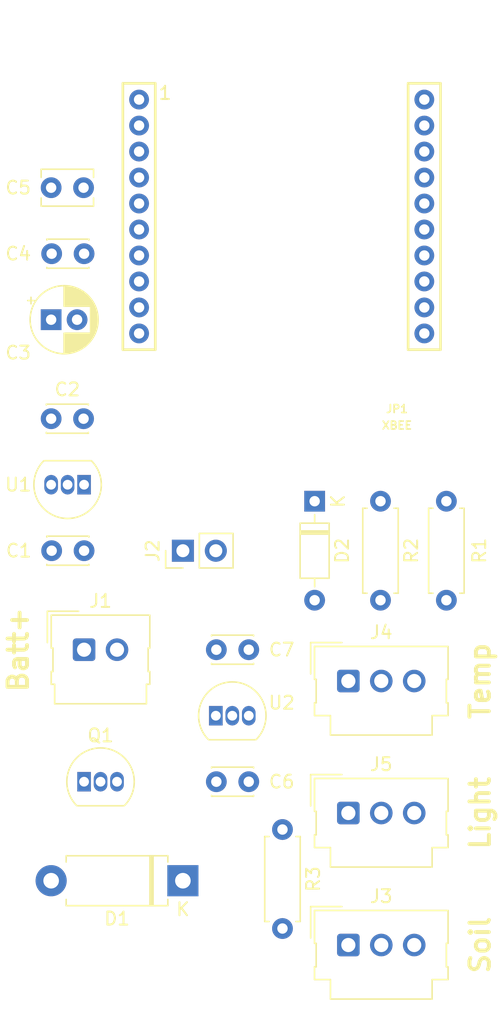
<source format=kicad_pcb>
(kicad_pcb (version 20211014) (generator pcbnew)
  (layers (0 "F.Cu" signal) (31 "B.Cu" signal) (34 "B.Paste" user) (35 "F.Paste" user) (36 "B.SilkS" user "B.Silkscreen") (37 "F.SilkS" user "F.Silkscreen") (38 "B.Mask" user) (39 "F.Mask" user) (44 "Edge.Cuts" user))
  (net 0 "")
  (net 1 "+BATT")
  (net 2 "-BATT")
  (net 3 "+3.3V")
  (net 4 "GND1")
  (net 5 "+3.3VADC")
  (net 6 "/sensor_batt")
  (net 7 "Net-(J2-Pad1)")
  (net 8 "Net-(J2-Pad2)")
  (net 9 "/sensor_soil")
  (net 10 "/sensor_temp")
  (net 11 "/sensor_light")
  (net 20 "/xbee_ON")
  (footprint "RF-SF:XBEE" (layer "F.Cu") (at 142.24 61.47562)
    (fp_text reference "JP1" (at 8.89 3.81) (layer "F.SilkS") (effects (font (size 0.6096 0.6096) (thickness 0.127))))
    (fp_text value "XBEE" (at 8.89 5.08) (layer "F.SilkS") (effects (font (size 0.6096 0.6096) (thickness 0.127))))
    (fp_text user "1" (at -8.9916 -20.50796) (layer "F.SilkS") (effects (font (size 1.016 1.016) (thickness 0.1524))))
    (fp_line (start 12.24788 -21.24964) (end 12.24788 -0.7493) (layer "F.SilkS") (width 0.2032))
    (fp_line (start 9.74852 -21.24964) (end 12.24788 -21.24964) (layer "F.SilkS") (width 0.2032))
    (fp_line (start -12.24788 -0.7493) (end -9.74852 -0.7493) (layer "F.SilkS") (width 0.2032))
    (fp_line (start -12.24788 -21.24964) (end -12.24788 -0.7493) (layer "F.SilkS") (width 0.2032))
    (fp_line (start -9.74852 -21.24964) (end -12.24788 -21.24964) (layer "F.SilkS") (width 0.2032))
    (fp_line (start -9.74852 -21.24964) (end -9.74852 -0.7493) (layer "F.SilkS") (width 0.2032))
    (fp_line (start 9.74852 -21.24964) (end 9.74852 -0.7493) (layer "F.SilkS") (width 0.2032))
    (fp_line (start 12.24788 -0.7493) (end 9.74852 -0.7493) (layer "F.SilkS") (width 0.2032))
    (pad "1" thru_hole circle locked (at -10.9982 -19.99996) (size 1.524 1.524) (drill 0.79756) (layers *.Cu *.Mask) (net 3 "+3.3V"))
    (pad "2" thru_hole circle locked (at -10.9982 -17.99844) (size 1.524 1.524) (drill 0.79756) (layers *.Cu *.Mask) (net 8 "Net-(J2-Pad2)"))
    (pad "3" thru_hole circle locked (at -10.9982 -15.99946) (size 1.524 1.524) (drill 0.79756) (layers *.Cu *.Mask) (net 7 "Net-(J2-Pad1)"))
    (pad "4" thru_hole circle locked (at -10.9982 -13.99794) (size 1.524 1.524) (drill 0.79756) (layers *.Cu *.Mask))
    (pad "5" thru_hole circle locked (at -10.9982 -11.99896) (size 1.524 1.524) (drill 0.79756) (layers *.Cu *.Mask))
    (pad "6" thru_hole circle locked (at -10.9982 -9.99998) (size 1.524 1.524) (drill 0.79756) (layers *.Cu *.Mask))
    (pad "7" thru_hole circle locked (at -10.9982 -7.99846) (size 1.524 1.524) (drill 0.79756) (layers *.Cu *.Mask))
    (pad "8" thru_hole circle locked (at -10.9982 -5.99948) (size 1.524 1.524) (drill 0.79756) (layers *.Cu *.Mask))
    (pad "9" thru_hole circle locked (at -10.9982 -3.99796) (size 1.524 1.524) (drill 0.79756) (layers *.Cu *.Mask))
    (pad "10" thru_hole circle locked (at -10.9982 -1.99898) (size 1.524 1.524) (drill 0.79756) (layers *.Cu *.Mask) (net 2 "-BATT"))
    (pad "11" thru_hole circle locked (at 10.9982 -1.99898) (size 1.524 1.524) (drill 0.79756) (layers *.Cu *.Mask))
    (pad "12" thru_hole circle locked (at 10.9982 -3.99796) (size 1.524 1.524) (drill 0.79756) (layers *.Cu *.Mask))
    (pad "13" thru_hole circle locked (at 10.9982 -5.99948) (size 1.524 1.524) (drill 0.79756) (layers *.Cu *.Mask) (net 20 "/xbee_ON"))
    (pad "14" thru_hole circle locked (at 10.9982 -7.99846) (size 1.524 1.524) (drill 0.79756) (layers *.Cu *.Mask))
    (pad "15" thru_hole circle locked (at 10.9982 -9.99998) (size 1.524 1.524) (drill 0.79756) (layers *.Cu *.Mask))
    (pad "16" thru_hole circle locked (at 10.9982 -11.99896) (size 1.524 1.524) (drill 0.79756) (layers *.Cu *.Mask))
    (pad "17" thru_hole circle locked (at 10.9982 -13.99794) (size 1.524 1.524) (drill 0.79756) (layers *.Cu *.Mask) (net 11 "/sensor_light"))
    (pad "18" thru_hole circle locked (at 10.9982 -15.99946) (size 1.524 1.524) (drill 0.79756) (layers *.Cu *.Mask) (net 10 "/sensor_temp"))
    (pad "19" thru_hole circle locked (at 10.9982 -17.99844) (size 1.524 1.524) (drill 0.79756) (layers *.Cu *.Mask) (net 9 "/sensor_soil"))
    (pad "20" thru_hole circle locked (at 10.9982 -19.99996) (size 1.524 1.524) (drill 0.79756) (layers *.Cu *.Mask) (net 6 "/sensor_batt"))
  )
  (footprint "Connector_Molex:Molex_SL_171971-0003_1x03_P2.54mm_Vertical" (layer "F.Cu") (at 147.38 106.55)
    (fp_text reference "J3" (at 2.54 -3.75) (layer "F.SilkS"))
    (fp_text value "70543-0002")
    (fp_line (start 7.69 -2.66) (end -2.61 -2.66) (layer "F.SilkS") (width 0.12))
    (fp_line (start -2.61 -0.13) (end -2.48 -0.13) (layer "F.SilkS") (width 0.12))
    (fp_line (start 7.69 1.68) (end 7.56 1.68) (layer "F.SilkS") (width 0.12))
    (fp_line (start -1.38 2.66) (end -1.38 4.16) (layer "F.SilkS") (width 0.12))
    (fp_line (start 7.56 -0.13) (end 7.69 -0.13) (layer "F.SilkS") (width 0.12))
    (fp_line (start -2.48 1.68) (end -2.61 1.68) (layer "F.SilkS") (width 0.12))
    (fp_line (start -2.91 -2.96) (end -0.5 -2.96) (layer "F.SilkS") (width 0.12))
    (fp_line (start -1.38 4.16) (end 6.46 4.16) (layer "F.SilkS") (width 0.12))
    (fp_line (start -2.61 1.68) (end -2.61 2.66) (layer "F.SilkS") (width 0.12))
    (fp_line (start 7.56 1.68) (end 7.56 -0.13) (layer "F.SilkS") (width 0.12))
    (fp_line (start -2.48 -0.13) (end -2.48 1.68) (layer "F.SilkS") (width 0.12))
    (fp_line (start -2.61 2.66) (end -1.38 2.66) (layer "F.SilkS") (width 0.12))
    (fp_line (start -2.61 -2.66) (end -2.61 -0.13) (layer "F.SilkS") (width 0.12))
    (fp_line (start 6.46 4.16) (end 6.46 2.66) (layer "F.SilkS") (width 0.12))
    (fp_line (start -2.91 -0.55) (end -2.91 -2.96) (layer "F.SilkS") (width 0.12))
    (fp_line (start 7.69 2.66) (end 7.69 1.68) (layer "F.SilkS") (width 0.12))
    (fp_line (start 6.46 2.66) (end 7.69 2.66) (layer "F.SilkS") (width 0.12))
    (fp_line (start 7.69 -0.13) (end 7.69 -2.66) (layer "F.SilkS") (width 0.12))
    (pad "1" thru_hole roundrect (at 0 0) (size 1.74 1.74) (drill 1.09) (layers *.Cu *.Mask) (roundrect_rratio 0.143678) (net 5 "+3.3VADC"))
    (pad "2" thru_hole circle (at 2.54 0) (size 1.74 1.74) (drill 1.09) (layers *.Cu *.Mask) (net 9 "/sensor_soil"))
    (pad "3" thru_hole circle (at 5.08 0) (size 1.74 1.74) (drill 1.09) (layers *.Cu *.Mask) (net 4 "GND1"))
  )
  (footprint "Diode_THT:D_DO-35_SOD27_P7.62mm_Horizontal" (layer "F.Cu") (at 144.78 72.39 -90)
    (fp_text reference "D2" (at 3.81 -2.12 90) (layer "F.SilkS"))
    (fp_text value "1N4620")
    (fp_text user "K" (at 0 -1.8 90) (layer "F.SilkS"))
    (fp_line (start 2.53 -1.12) (end 2.53 1.12) (layer "F.SilkS") (width 0.12))
    (fp_line (start 2.29 -1.12) (end 2.29 1.12) (layer "F.SilkS") (width 0.12))
    (fp_line (start 1.04 0) (end 1.69 0) (layer "F.SilkS") (width 0.12))
    (fp_line (start 2.41 -1.12) (end 2.41 1.12) (layer "F.SilkS") (width 0.12))
    (fp_line (start 1.69 -1.12) (end 1.69 1.12) (layer "F.SilkS") (width 0.12))
    (fp_line (start 5.93 1.12) (end 5.93 -1.12) (layer "F.SilkS") (width 0.12))
    (fp_line (start 5.93 -1.12) (end 1.69 -1.12) (layer "F.SilkS") (width 0.12))
    (fp_line (start 1.69 1.12) (end 5.93 1.12) (layer "F.SilkS") (width 0.12))
    (fp_line (start 6.58 0) (end 5.93 0) (layer "F.SilkS") (width 0.12))
    (pad "1" thru_hole rect (at 0 0 270) (size 1.6 1.6) (drill 0.8) (layers *.Cu *.Mask) (net 6 "/sensor_batt"))
    (pad "2" thru_hole oval (at 7.62 0 270) (size 1.6 1.6) (drill 0.8) (layers *.Cu *.Mask) (net 4 "GND1"))
  )
  (footprint "Capacitor_THT:C_Disc_D3.0mm_W2.0mm_P2.50mm" (layer "F.Cu") (at 124.5 76.2)
    (fp_text reference "C1" (at -2.54 0) (layer "F.SilkS"))
    (fp_text value "1uF")
    (fp_line (start 2.87 -1.12) (end 2.87 -1.055) (layer "F.SilkS") (width 0.12))
    (fp_line (start -0.37 -1.12) (end 2.87 -1.12) (layer "F.SilkS") (width 0.12))
    (fp_line (start 2.87 1.055) (end 2.87 1.12) (layer "F.SilkS") (width 0.12))
    (fp_line (start -0.37 -1.12) (end -0.37 -1.055) (layer "F.SilkS") (width 0.12))
    (fp_line (start -0.37 1.12) (end 2.87 1.12) (layer "F.SilkS") (width 0.12))
    (fp_line (start -0.37 1.055) (end -0.37 1.12) (layer "F.SilkS") (width 0.12))
    (pad "1" thru_hole circle (at 0 0) (size 1.6 1.6) (drill 0.8) (layers *.Cu *.Mask) (net 1 "+BATT"))
    (pad "2" thru_hole circle (at 2.5 0) (size 1.6 1.6) (drill 0.8) (layers *.Cu *.Mask) (net 2 "-BATT"))
  )
  (footprint "Resistor_THT:R_Axial_DIN0207_L6.3mm_D2.5mm_P7.62mm_Horizontal" (layer "F.Cu") (at 149.86 72.39 -90)
    (fp_text reference "R2" (at 3.81 -2.37 90) (layer "F.SilkS"))
    (fp_text value "10K 1%")
    (fp_line (start 7.08 -1.37) (end 7.08 -1.04) (layer "F.SilkS") (width 0.12))
    (fp_line (start 0.54 1.37) (end 7.08 1.37) (layer "F.SilkS") (width 0.12))
    (fp_line (start 0.54 -1.37) (end 7.08 -1.37) (layer "F.SilkS") (width 0.12))
    (fp_line (start 7.08 1.37) (end 7.08 1.04) (layer "F.SilkS") (width 0.12))
    (fp_line (start 0.54 1.04) (end 0.54 1.37) (layer "F.SilkS") (width 0.12))
    (fp_line (start 0.54 -1.04) (end 0.54 -1.37) (layer "F.SilkS") (width 0.12))
    (pad "1" thru_hole circle (at 0 0 270) (size 1.6 1.6) (drill 0.8) (layers *.Cu *.Mask) (net 6 "/sensor_batt"))
    (pad "2" thru_hole oval (at 7.62 0 270) (size 1.6 1.6) (drill 0.8) (layers *.Cu *.Mask) (net 4 "GND1"))
  )
  (footprint "Diode_THT:D_DO-15_P10.16mm_Horizontal" (layer "F.Cu") (at 134.62 101.6 180)
    (fp_text reference "D1" (at 5.08 -2.92) (layer "F.SilkS"))
    (fp_text value "SB130")
    (fp_text user "K" (at 0 -2.2) (layer "F.SilkS"))
    (fp_line (start 1.16 1.44) (end 1.16 1.92) (layer "F.SilkS") (width 0.12))
    (fp_line (start 9 1.92) (end 9 1.44) (layer "F.SilkS") (width 0.12))
    (fp_line (start 1.16 1.92) (end 9 1.92) (layer "F.SilkS") (width 0.12))
    (fp_line (start 1.16 -1.44) (end 1.16 -1.92) (layer "F.SilkS") (width 0.12))
    (fp_line (start 1.16 -1.92) (end 9 -1.92) (layer "F.SilkS") (width 0.12))
    (fp_line (start 2.42 -1.92) (end 2.42 1.92) (layer "F.SilkS") (width 0.12))
    (fp_line (start 2.54 -1.92) (end 2.54 1.92) (layer "F.SilkS") (width 0.12))
    (fp_line (start 2.3 -1.92) (end 2.3 1.92) (layer "F.SilkS") (width 0.12))
    (fp_line (start 9 -1.92) (end 9 -1.44) (layer "F.SilkS") (width 0.12))
    (pad "1" thru_hole rect (at 0 0 180) (size 2.4 2.4) (drill 1.2) (layers *.Cu *.Mask) (net 1 "+BATT"))
    (pad "2" thru_hole oval (at 10.16 0 180) (size 2.4 2.4) (drill 1.2) (layers *.Cu *.Mask) (net 4 "GND1"))
  )
  (footprint "Resistor_THT:R_Axial_DIN0207_L6.3mm_D2.5mm_P7.62mm_Horizontal" (layer "F.Cu") (at 142.3 97.66 -90)
    (fp_text reference "R3" (at 3.81 -2.37 90) (layer "F.SilkS"))
    (fp_text value "10K 1%")
    (fp_line (start 0.54 -1.37) (end 7.08 -1.37) (layer "F.SilkS") (width 0.12))
    (fp_line (start 0.54 -1.04) (end 0.54 -1.37) (layer "F.SilkS") (width 0.12))
    (fp_line (start 7.08 -1.37) (end 7.08 -1.04) (layer "F.SilkS") (width 0.12))
    (fp_line (start 7.08 1.37) (end 7.08 1.04) (layer "F.SilkS") (width 0.12))
    (fp_line (start 0.54 1.37) (end 7.08 1.37) (layer "F.SilkS") (width 0.12))
    (fp_line (start 0.54 1.04) (end 0.54 1.37) (layer "F.SilkS") (width 0.12))
    (pad "1" thru_hole circle (at 0 0 270) (size 1.6 1.6) (drill 0.8) (layers *.Cu *.Mask) (net 11 "/sensor_light"))
    (pad "2" thru_hole oval (at 7.62 0 270) (size 1.6 1.6) (drill 0.8) (layers *.Cu *.Mask) (net 4 "GND1"))
  )
  (footprint "Connector_Molex:Molex_SL_171971-0003_1x03_P2.54mm_Vertical" (layer "F.Cu") (at 147.38 86.23)
    (fp_text reference "J4" (at 2.54 -3.75) (layer "F.SilkS"))
    (fp_text value "70543-0002")
    (fp_line (start -2.91 -2.96) (end -0.5 -2.96) (layer "F.SilkS") (width 0.12))
    (fp_line (start 7.69 2.66) (end 7.69 1.68) (layer "F.SilkS") (width 0.12))
    (fp_line (start -2.91 -0.55) (end -2.91 -2.96) (layer "F.SilkS") (width 0.12))
    (fp_line (start 7.56 1.68) (end 7.56 -0.13) (layer "F.SilkS") (width 0.12))
    (fp_line (start -2.48 1.68) (end -2.61 1.68) (layer "F.SilkS") (width 0.12))
    (fp_line (start 7.56 -0.13) (end 7.69 -0.13) (layer "F.SilkS") (width 0.12))
    (fp_line (start -2.61 -2.66) (end -2.61 -0.13) (layer "F.SilkS") (width 0.12))
    (fp_line (start 7.69 1.68) (end 7.56 1.68) (layer "F.SilkS") (width 0.12))
    (fp_line (start -2.61 -0.13) (end -2.48 -0.13) (layer "F.SilkS") (width 0.12))
    (fp_line (start -2.48 -0.13) (end -2.48 1.68) (layer "F.SilkS") (width 0.12))
    (fp_line (start 6.46 4.16) (end 6.46 2.66) (layer "F.SilkS") (width 0.12))
    (fp_line (start -2.61 2.66) (end -1.38 2.66) (layer "F.SilkS") (width 0.12))
    (fp_line (start -1.38 2.66) (end -1.38 4.16) (layer "F.SilkS") (width 0.12))
    (fp_line (start -1.38 4.16) (end 6.46 4.16) (layer "F.SilkS") (width 0.12))
    (fp_line (start 7.69 -0.13) (end 7.69 -2.66) (layer "F.SilkS") (width 0.12))
    (fp_line (start 6.46 2.66) (end 7.69 2.66) (layer "F.SilkS") (width 0.12))
    (fp_line (start -2.61 1.68) (end -2.61 2.66) (layer "F.SilkS") (width 0.12))
    (fp_line (start 7.69 -2.66) (end -2.61 -2.66) (layer "F.SilkS") (width 0.12))
    (pad "1" thru_hole roundrect (at 0 0) (size 1.74 1.74) (drill 1.09) (layers *.Cu *.Mask) (roundrect_rratio 0.143678) (net 5 "+3.3VADC"))
    (pad "2" thru_hole circle (at 2.54 0) (size 1.74 1.74) (drill 1.09) (layers *.Cu *.Mask) (net 10 "/sensor_temp"))
    (pad "3" thru_hole circle (at 5.08 0) (size 1.74 1.74) (drill 1.09) (layers *.Cu *.Mask) (net 4 "GND1"))
  )
  (footprint "Package_TO_SOT_THT:TO-92_Inline" (layer "F.Cu") (at 127 71.12 180)
    (fp_text reference "U1" (at 5.08 0) (layer "F.SilkS"))
    (fp_text value "MCP1700-3302E_TO92")
    (fp_line (start -0.53 1.85) (end 3.07 1.85) (layer "F.SilkS") (width 0.12))
    (fp_arc (start -0.568478 1.838478) (mid -1.132087 -0.994977) (end 1.27 -2.6) (layer "F.SilkS") (width 0.12))
    (fp_arc (start 1.27 -2.6) (mid 3.672087 -0.994977) (end 3.108478 1.838478) (layer "F.SilkS") (width 0.12))
    (pad "1" thru_hole rect (at 0 0 180) (size 1.05 1.5) (drill 0.75) (layers *.Cu *.Mask) (net 2 "-BATT"))
    (pad "2" thru_hole oval (at 1.27 0 180) (size 1.05 1.5) (drill 0.75) (layers *.Cu *.Mask) (net 1 "+BATT"))
    (pad "3" thru_hole oval (at 2.54 0 180) (size 1.05 1.5) (drill 0.75) (layers *.Cu *.Mask) (net 3 "+3.3V"))
  )
  (footprint "Package_TO_SOT_THT:TO-92_Inline" (layer "F.Cu") (at 127 93.98)
    (fp_text reference "Q1" (at 1.27 -3.56) (layer "F.SilkS"))
    (fp_text value "TN0702N3-G")
    (fp_line (start -0.53 1.85) (end 3.07 1.85) (layer "F.SilkS") (width 0.12))
    (fp_arc (start 1.27 -2.6) (mid 3.672087 -0.994977) (end 3.108478 1.838478) (layer "F.SilkS") (width 0.12))
    (fp_arc (start -0.568478 1.838478) (mid -1.132087 -0.994977) (end 1.27 -2.6) (layer "F.SilkS") (width 0.12))
    (pad "1" thru_hole rect (at 0 0) (size 1.05 1.5) (drill 0.75) (layers *.Cu *.Mask) (net 4 "GND1"))
    (pad "2" thru_hole oval (at 1.27 0) (size 1.05 1.5) (drill 0.75) (layers *.Cu *.Mask) (net 20 "/xbee_ON"))
    (pad "3" thru_hole oval (at 2.54 0) (size 1.05 1.5) (drill 0.75) (layers *.Cu *.Mask) (net 2 "-BATT"))
  )
  (footprint "Connector_Molex:Molex_SL_171971-0002_1x02_P2.54mm_Vertical" (layer "F.Cu") (at 127 83.82)
    (fp_text reference "J1" (at 1.27 -3.75) (layer "F.SilkS"))
    (fp_text value "70543-0106")
    (fp_line (start -2.53 -2.66) (end -2.53 -0.13) (layer "F.SilkS") (width 0.12))
    (fp_line (start -2.27 2.66) (end -2.27 4.16) (layer "F.SilkS") (width 0.12))
    (fp_line (start -2.83 -0.55) (end -2.83 -2.96) (layer "F.SilkS") (width 0.12))
    (fp_line (start 4.94 -0.13) (end 5.07 -0.13) (layer "F.SilkS") (width 0.12))
    (fp_line (start -2.83 -2.96) (end -0.42 -2.96) (layer "F.SilkS") (width 0.12))
    (fp_line (start -2.4 1.68) (end -2.53 1.68) (layer "F.SilkS") (width 0.12))
    (fp_line (start -2.53 2.66) (end -2.27 2.66) (layer "F.SilkS") (width 0.12))
    (fp_line (start -2.53 1.68) (end -2.53 2.66) (layer "F.SilkS") (width 0.12))
    (fp_line (start 4.81 4.16) (end 4.81 2.66) (layer "F.SilkS") (width 0.12))
    (fp_line (start -2.53 -0.13) (end -2.4 -0.13) (layer "F.SilkS") (width 0.12))
    (fp_line (start 5.07 -2.66) (end -2.53 -2.66) (layer "F.SilkS") (width 0.12))
    (fp_line (start 5.07 1.68) (end 4.94 1.68) (layer "F.SilkS") (width 0.12))
    (fp_line (start 4.81 2.66) (end 5.07 2.66) (layer "F.SilkS") (width 0.12))
    (fp_line (start -2.4 -0.13) (end -2.4 1.68) (layer "F.SilkS") (width 0.12))
    (fp_line (start 4.94 1.68) (end 4.94 -0.13) (layer "F.SilkS") (width 0.12))
    (fp_line (start -2.27 4.16) (end 4.81 4.16) (layer "F.SilkS") (width 0.12))
    (fp_line (start 5.07 2.66) (end 5.07 1.68) (layer "F.SilkS") (width 0.12))
    (fp_line (start 5.07 -0.13) (end 5.07 -2.66) (layer "F.SilkS") (width 0.12))
    (pad "1" thru_hole roundrect (at 0 0) (size 1.74 1.74) (drill 1.09) (layers *.Cu *.Mask) (roundrect_rratio 0.143678) (net 1 "+BATT"))
    (pad "2" thru_hole circle (at 2.54 0) (size 1.74 1.74) (drill 1.09) (layers *.Cu *.Mask) (net 2 "-BATT"))
  )
  (footprint "Package_TO_SOT_THT:TO-92_Inline" (layer "F.Cu") (at 137.16 88.9)
    (fp_text reference "U2" (at 5.08 -0.994977) (layer "F.SilkS"))
    (fp_text value "MCP1700-3302E_TO92")
    (fp_line (start -0.53 1.85) (end 3.07 1.85) (layer "F.SilkS") (width 0.12))
    (fp_arc (start -0.568478 1.838478) (mid -1.132087 -0.994977) (end 1.27 -2.6) (layer "F.SilkS") (width 0.12))
    (fp_arc (start 1.27 -2.6) (mid 3.672087 -0.994977) (end 3.108478 1.838478) (layer "F.SilkS") (width 0.12))
    (pad "1" thru_hole rect (at 0 0) (size 1.05 1.5) (drill 0.75) (layers *.Cu *.Mask) (net 4 "GND1"))
    (pad "2" thru_hole oval (at 1.27 0) (size 1.05 1.5) (drill 0.75) (layers *.Cu *.Mask) (net 1 "+BATT"))
    (pad "3" thru_hole oval (at 2.54 0) (size 1.05 1.5) (drill 0.75) (layers *.Cu *.Mask) (net 5 "+3.3VADC"))
  )
  (footprint "Resistor_THT:R_Axial_DIN0207_L6.3mm_D2.5mm_P7.62mm_Horizontal" (layer "F.Cu") (at 154.94 80.01 90)
    (fp_text reference "R1" (at 3.81 2.54 90) (layer "F.SilkS"))
    (fp_text value "10K 1%")
    (fp_line (start 0.54 1.04) (end 0.54 1.37) (layer "F.SilkS") (width 0.12))
    (fp_line (start 0.54 -1.04) (end 0.54 -1.37) (layer "F.SilkS") (width 0.12))
    (fp_line (start 0.54 -1.37) (end 7.08 -1.37) (layer "F.SilkS") (width 0.12))
    (fp_line (start 0.54 1.37) (end 7.08 1.37) (layer "F.SilkS") (width 0.12))
    (fp_line (start 7.08 1.37) (end 7.08 1.04) (layer "F.SilkS") (width 0.12))
    (fp_line (start 7.08 -1.37) (end 7.08 -1.04) (layer "F.SilkS") (width 0.12))
    (pad "1" thru_hole circle (at 0 0 90) (size 1.6 1.6) (drill 0.8) (layers *.Cu *.Mask) (net 1 "+BATT"))
    (pad "2" thru_hole oval (at 7.62 0 90) (size 1.6 1.6) (drill 0.8) (layers *.Cu *.Mask) (net 6 "/sensor_batt"))
  )
  (footprint "Capacitor_THT:C_Disc_D3.0mm_W2.0mm_P2.50mm" (layer "F.Cu") (at 139.7 83.82 180)
    (fp_text reference "C7" (at -2.54 0) (layer "F.SilkS"))
    (fp_text value "1uF")
    (fp_line (start -0.37 -1.12) (end 2.87 -1.12) (layer "F.SilkS") (width 0.12))
    (fp_line (start -0.37 1.12) (end 2.87 1.12) (layer "F.SilkS") (width 0.12))
    (fp_line (start 2.87 -1.12) (end 2.87 -1.055) (layer "F.SilkS") (width 0.12))
    (fp_line (start -0.37 1.055) (end -0.37 1.12) (layer "F.SilkS") (width 0.12))
    (fp_line (start 2.87 1.055) (end 2.87 1.12) (layer "F.SilkS") (width 0.12))
    (fp_line (start -0.37 -1.12) (end -0.37 -1.055) (layer "F.SilkS") (width 0.12))
    (pad "1" thru_hole circle (at 0 0 180) (size 1.6 1.6) (drill 0.8) (layers *.Cu *.Mask) (net 5 "+3.3VADC"))
    (pad "2" thru_hole circle (at 2.5 0 180) (size 1.6 1.6) (drill 0.8) (layers *.Cu *.Mask) (net 4 "GND1"))
  )
  (footprint "Capacitor_THT:CP_Radial_D5.0mm_P2.00mm" (layer "F.Cu") (at 124.46 58.42)
    (fp_text reference "C3" (at -2.54 2.54) (layer "F.SilkS"))
    (fp_text value "10uF")
    (fp_line (start 1.4 -2.55) (end 1.4 -1.04) (layer "F.SilkS") (width 0.12))
    (fp_line (start 2.681 1.04) (end 2.681 1.971) (layer "F.SilkS") (width 0.12))
    (fp_line (start 1.961 1.04) (end 1.961 2.398) (layer "F.SilkS") (width 0.12))
    (fp_line (start 3.081 -1.554) (end 3.081 1.554) (layer "F.SilkS") (width 0.12))
    (fp_line (start 2.761 -1.901) (end 2.761 -1.04) (layer "F.SilkS") (width 0.12))
    (fp_line (start 1.4 1.04) (end 1.4 2.55) (layer "F.SilkS") (width 0.12))
    (fp_line (start 1.721 -2.48) (end 1.721 -1.04) (layer "F.SilkS") (width 0.12))
    (fp_line (start 2.681 -1.971) (end 2.681 -1.04) (layer "F.SilkS") (width 0.12))
    (fp_line (start 1.2 1.04) (end 1.2 2.573) (layer "F.SilkS") (width 0.12))
    (fp_line (start 1.68 -2.491) (end 1.68 -1.04) (layer "F.SilkS") (width 0.12))
    (fp_line (start 3.361 -1.098) (end 3.361 1.098) (layer "F.SilkS") (width 0.12))
    (fp_line (start 2.201 -2.29) (end 2.201 -1.04) (layer "F.SilkS") (width 0.12))
    (fp_line (start 1 -2.58) (end 1 -1.04) (layer "F.SilkS") (width 0.12))
    (fp_line (start 1.721 1.04) (end 1.721 2.48) (layer "F.SilkS") (width 0.12))
    (fp_line (start 3.441 -0.915) (end 3.441 0.915) (layer "F.SilkS") (width 0.12))
    (fp_line (start 2.521 1.04) (end 2.521 2.095) (layer "F.SilkS") (width 0.12))
    (fp_line (start 1.52 -2.528) (end 1.52 -1.04) (layer "F.SilkS") (width 0.12))
    (fp_line (start 1.32 1.04) (end 1.32 2.561) (layer "F.SilkS") (width 0.12))
    (fp_line (start 2.441 -2.149) (end 2.441 -1.04) (layer "F.SilkS") (width 0.12))
    (fp_line (start 1.64 1.04) (end 1.64 2.501) (layer "F.SilkS") (width 0.12))
    (fp_line (start 1.04 1.04) (end 1.04 2.58) (layer "F.SilkS") (width 0.12))
    (fp_line (start 1.6 -2.511) (end 1.6 -1.04) (layer "F.SilkS") (width 0.12))
    (fp_line (start 3.561 -0.518) (end 3.561 0.518) (layer "F.SilkS") (width 0.12))
    (fp_line (start 2.161 -2.31) (end 2.161 -1.04) (layer "F.SilkS") (width 0.12))
    (fp_line (start 1.801 1.04) (end 1.801 2.455) (layer "F.SilkS") (width 0.12))
    (fp_line (start 2.881 1.04) (end 2.881 1.785) (layer "F.SilkS") (width 0.12))
    (fp_line (start 2.801 1.04) (end 2.801 1.864) (layer "F.SilkS") (width 0.12))
    (fp_line (start 2.281 1.04) (end 2.281 2.247) (layer "F.SilkS") (width 0.12))
    (fp_line (start 2.721 -1.937) (end 2.721 -1.04) (layer "F.SilkS") (width 0.12))
    (fp_line (start 1.6 1.04) (end 1.6 2.511) (layer "F.SilkS") (width 0.12))
    (fp_line (start 1.44 -2.543) (end 1.44 -1.04) (layer "F.SilkS") (width 0.12))
    (fp_line (start 1.68 1.04) (end 1.68 2.491) (layer "F.SilkS") (width 0.12))
    (fp_line (start 3.001 1.04) (end 3.001 1.653) (layer "F.SilkS") (width 0.12))
    (fp_line (start 1.12 1.04) (end 1.12 2.578) (layer "F.SilkS") (width 0.12))
    (fp_line (start 2.281 -2.247) (end 2.281 -1.04) (layer "F.SilkS") (width 0.12))
    (fp_line (start 2.241 1.04) (end 2.241 2.268) (layer "F.SilkS") (width 0.12))
    (fp_line (start 1.16 1.04) (end 1.16 2.576) (layer "F.SilkS") (width 0.12))
    (fp_line (start 2.881 -1.785) (end 2.881 -1.04) (layer "F.SilkS") (width 0.12))
    (fp_line (start 1.761 1.04) (end 1.761 2.468) (layer "F.SilkS") (width 0.12))
    (fp_line (start 1.881 1.04) (end 1.881 2.428) (layer "F.SilkS") (width 0.12))
    (fp_line (start 1.921 -2.414) (end 1.921 -1.04) (layer "F.SilkS") (width 0.12))
    (fp_line (start 2.521 -2.095) (end 2.521 -1.04) (layer "F.SilkS") (width 0.12))
    (fp_line (start 1.961 -2.398) (end 1.961 -1.04) (layer "F.SilkS") (width 0.12))
    (fp_line (start 1.761 -2.468) (end 1.761 -1.04) (layer "F.SilkS") (width 0.12))
    (fp_line (start 2.081 -2.348) (end 2.081 -1.04) (layer "F.SilkS") (width 0.12))
    (fp_line (start 2.801 -1.864) (end 2.801 -1.04) (layer "F.SilkS") (width 0.12))
    (fp_line (start 1.56 1.04) (end 1.56 2.52) (layer "F.SilkS") (width 0.12))
    (fp_line (start 2.961 1.04) (end 2.961 1.699) (layer "F.SilkS") (width 0.12))
    (fp_line (start 3.041 -1.605) (end 3.041 1.605) (layer "F.SilkS") (width 0.12))
    (fp_line (start 1.04 -2.58) (end 1.04 -1.04) (layer "F.SilkS") (width 0.12))
    (fp_line (start 2.841 1.04) (end 2.841 1.826) (layer "F.SilkS") (width 0.12))
    (fp_line (start 3.001 -1.653) (end 3.001 -1.04) (layer "F.SilkS") (width 0.12))
    (fp_line (start 2.121 1.04) (end 2.121 2.329) (layer "F.SilkS") (width 0.12))
    (fp_line (start 2.601 1.04) (end 2.601 2.035) (layer "F.SilkS") (width 0.12))
    (fp_line (start 2.641 -2.004) (end 2.641 -1.04) (layer "F.SilkS") (width 0.12))
    (fp_line (start 1.32 -2.561) (end 1.32 -1.04) (layer "F.SilkS") (width 0.12))
    (fp_line (start 1.44 1.04) (end 1.44 2.543) (layer "F.SilkS") (width 0.12))
    (fp_line (start 2.041 1.04) (end 2.041 2.365) (layer "F.SilkS") (width 0.12))
    (fp_line (start 1.12 -2.578) (end 1.12 -1.04) (layer "F.SilkS") (width 0.12))
    (fp_line (start 2.201 1.04) (end 2.201 2.29) (layer "F.SilkS") (width 0.12))
    (fp_line (start 1.24 1.04) (end 1.24 2.569) (layer "F.SilkS") (width 0.12))
    (fp_line (start 1.24 -2.569) (end 1.24 -1.04) (layer "F.SilkS") (width 0.12))
    (fp_line (start 1 1.04) (end 1 2.58) (layer "F.SilkS") (width 0.12))
    (fp_line (start 3.121 -1.5) (end 3.121 1.5) (layer "F.SilkS") (width 0.12))
    (fp_line (start 2.001 -2.382) (end 2.001 -1.04) (layer "F.SilkS") (width 0.12))
    (fp_line (start 2.601 -2.035) (end 2.601 -1.04) (layer "F.SilkS") (width 0.12))
    (fp_line (start 1.841 1.04) (end 1.841 2.442) (layer "F.SilkS") (width 0.12))
    (fp_line (start 2.481 -2.122) (end 2.481 -1.04) (layer "F.SilkS") (width 0.12))
    (fp_line (start 2.041 -2.365) (end 2.041 -1.04) (layer "F.SilkS") (width 0.12))
    (fp_line (start 2.001 1.04) (end 2.001 2.382) (layer "F.SilkS") (width 0.12))
    (fp_line (start 1.52 1.04) (end 1.52 2.528) (layer "F.SilkS") (width 0.12))
    (fp_line (start 2.641 1.04) (end 2.641 2.004) (layer "F.SilkS") (width 0.12))
    (fp_line (start 1.56 -2.52) (end 1.56 -1.04) (layer "F.SilkS") (width 0.12))
    (fp_line (start 3.481 -0.805) (end 3.481 0.805) (layer "F.SilkS") (width 0.12))
    (fp_line (start 2.241 -2.268) (end 2.241 -1.04) (layer "F.SilkS") (width 0.12))
    (fp_line (start -1.804775 -1.475) (end -1.304775 -1.475) (layer "F.SilkS") (width 0.12))
    (fp_line (start 1.921 1.04) (end 1.921 2.414) (layer "F.SilkS") (width 0.12))
    (fp_line (start 2.321 -2.224) (end 2.321 -1.04) (layer "F.SilkS") (width 0.12))
    (fp_line (start 2.401 -2.175) (end 2.401 -1.04) (layer "F.SilkS") (width 0.12))
    (fp_line (start 3.161 -1.443) (end 3.161 1.443) (layer "F.SilkS") (width 0.12))
    (fp_line (start 2.361 -2.2) (end 2.361 -1.04) (layer "F.SilkS") (width 0.12))
    (fp_line (start 1.48 -2.536) (end 1.48 -1.04) (layer "F.SilkS") (width 0.12))
    (fp_line (start 1.36 -2.556) (end 1.36 -1.04) (layer "F.SilkS") (width 0.12))
    (fp_line (start 2.441 1.04) (end 2.441 2.149) (layer "F.SilkS") (width 0.12))
    (fp_line (start 1.841 -2.442) (end 1.841 -1.04) (layer "F.SilkS") (width 0.12))
    (fp_line (start 1.28 1.04) (end 1.28 2.565) (layer "F.SilkS") (width 0.12))
    (fp_line (start 1.36 1.04) (end 1.36 2.556) (layer "F.SilkS") (width 0.12))
    (fp_line (start 1.881 -2.428) (end 1.881 -1.04) (layer "F.SilkS") (width 0.12))
    (fp_line (start 1.16 -2.576) (end 1.16 -1.04) (layer "F.SilkS") (width 0.12))
    (fp_line (start 2.921 -1.743) (end 2.921 -1.04) (layer "F.SilkS") (width 0.12))
    (fp_line (start 2.841 -1.826) (end 2.841 -1.04) (layer "F.SilkS") (width 0.12))
    (fp_line (start 2.121 -2.329) (end 2.121 -1.04) (layer "F.SilkS") (width 0.12))
    (fp_line (start 1.801 -2.455) (end 1.801 -1.04) (layer "F.SilkS") (width 0.12))
    (fp_line (start 1.2 -2.573) (end 1.2 -1.04) (layer "F.SilkS") (width 0.12))
    (fp_line (start 1.48 1.04) (end 1.48 2.536) (layer "F.SilkS") (width 0.12))
    (fp_line (start 3.201 -1.383) (end 3.201 1.383) (layer "F.SilkS") (width 0.12))
    (fp_line (start 2.921 1.04) (end 2.921 1.743) (layer "F.SilkS") (width 0.12))
    (fp_line (start 3.241 -1.319) (end 3.241 1.319) (layer "F.SilkS") (width 0.12))
    (fp_line (start 2.721 1.04) (end 2.721 1.937) (layer "F.SilkS") (width 0.12))
    (fp_line (start 1.28 -2.565) (end 1.28 -1.04) (layer "F.SilkS") (width 0.12))
    (fp_line (start 2.961 -1.699) (end 2.961 -1.04) (layer "F.SilkS") (width 0.12))
    (fp_line (start -1.554775 -1.725) (end -1.554775 -1.225) (layer "F.SilkS") (width 0.12))
    (fp_line (start 3.401 -1.011) (end 3.401 1.011) (layer "F.SilkS") (width 0.12))
    (fp_line (start 2.081 1.04) (end 2.081 2.348) (layer "F.SilkS") (width 0.12))
    (fp_line (start 3.521 -0.677) (end 3.521 0.677) (layer "F.SilkS") (width 0.12))
    (fp_line (start 3.601 -0.284) (end 3.601 0.284) (layer "F.SilkS") (width 0.12))
    (fp_line (start 3.321 -1.178) (end 3.321 1.178) (layer "F.SilkS") (width 0.12))
    (fp_line (start 1.64 -2.501) (end 1.64 -1.04) (layer "F.SilkS") (width 0.12))
    (fp_line (start 2.361 1.04) (end 2.361 2.2) (layer "F.SilkS") (width 0.12))
    (fp_line (start 3.281 -1.251) (end 3.281 1.251) (layer "F.SilkS") (width 0.12))
    (fp_line (start 2.561 -2.065) (end 2.561 -1.04) (layer "F.SilkS") (width 0.12))
    (fp_line (start 2.321 1.04) (end 2.321 2.224) (layer "F.SilkS") (width 0.12))
    (fp_line (start 1.08 -2.579) (end 1.08 -1.04) (layer "F.SilkS") (width 0.12))
    (fp_line (start 2.481 1.04) (end 2.481 2.122) (layer "F.SilkS") (width 0.12))
    (fp_line (start 2.161 1.04) (end 2.161 2.31) (layer "F.SilkS") (width 0.12))
    (fp_line (start 1.08 1.04) (end 1.08 2.579) (layer "F.SilkS") (width 0.12))
    (fp_line (start 2.761 1.04) (end 2.761 1.901) (layer "F.SilkS") (width 0.12))
    (fp_line (start 2.401 1.04) (end 2.401 2.175) (layer "F.SilkS") (width 0.12))
    (fp_line (start 2.561 1.04) (end 2.561 2.065) (layer "F.SilkS") (width 0.12))
    (fp_circle (center 1 0) (end 3.62 0) (layer "F.SilkS") (width 0.12) (fill none))
    (pad "1" thru_hole rect (at 0 0) (size 1.6 1.6) (drill 0.8) (layers *.Cu *.Mask) (net 3 "+3.3V"))
    (pad "2" thru_hole circle (at 2 0) (size 1.6 1.6) (drill 0.8) (layers *.Cu *.Mask) (net 2 "-BATT"))
  )
  (footprint "Capacitor_THT:C_Disc_D3.0mm_W2.0mm_P2.50mm" (layer "F.Cu") (at 124.5 53.34)
    (fp_text reference "C4" (at -2.58 0) (layer "F.SilkS"))
    (fp_text value "1uF")
    (fp_line (start -0.37 1.12) (end 2.87 1.12) (layer "F.SilkS") (width 0.12))
    (fp_line (start 2.87 1.055) (end 2.87 1.12) (layer "F.SilkS") (width 0.12))
    (fp_line (start 2.87 -1.12) (end 2.87 -1.055) (layer "F.SilkS") (width 0.12))
    (fp_line (start -0.37 -1.12) (end -0.37 -1.055) (layer "F.SilkS") (width 0.12))
    (fp_line (start -0.37 -1.12) (end 2.87 -1.12) (layer "F.SilkS") (width 0.12))
    (fp_line (start -0.37 1.055) (end -0.37 1.12) (layer "F.SilkS") (width 0.12))
    (pad "1" thru_hole circle (at 0 0) (size 1.6 1.6) (drill 0.8) (layers *.Cu *.Mask) (net 3 "+3.3V"))
    (pad "2" thru_hole circle (at 2.5 0) (size 1.6 1.6) (drill 0.8) (layers *.Cu *.Mask) (net 2 "-BATT"))
  )
  (footprint "Capacitor_THT:C_Disc_D3.0mm_W2.0mm_P2.50mm" (layer "F.Cu") (at 139.7 93.98 180)
    (fp_text reference "C6" (at -2.54 0) (layer "F.SilkS"))
    (fp_text value "1uF")
    (fp_line (start -0.37 -1.12) (end -0.37 -1.055) (layer "F.SilkS") (width 0.12))
    (fp_line (start 2.87 -1.12) (end 2.87 -1.055) (layer "F.SilkS") (width 0.12))
    (fp_line (start 2.87 1.055) (end 2.87 1.12) (layer "F.SilkS") (width 0.12))
    (fp_line (start -0.37 1.12) (end 2.87 1.12) (layer "F.SilkS") (width 0.12))
    (fp_line (start -0.37 1.055) (end -0.37 1.12) (layer "F.SilkS") (width 0.12))
    (fp_line (start -0.37 -1.12) (end 2.87 -1.12) (layer "F.SilkS") (width 0.12))
    (pad "1" thru_hole circle (at 0 0 180) (size 1.6 1.6) (drill 0.8) (layers *.Cu *.Mask) (net 1 "+BATT"))
    (pad "2" thru_hole circle (at 2.5 0 180) (size 1.6 1.6) (drill 0.8) (layers *.Cu *.Mask) (net 4 "GND1"))
  )
  (footprint "Connector_PinHeader_2.54mm:PinHeader_1x02_P2.54mm_Vertical" (layer "F.Cu") (at 134.62 76.2 90)
    (fp_text reference "J2" (at 0 -2.33 90) (layer "F.SilkS"))
    (fp_text value "Conn_01x02")
    (fp_line (start -1.33 1.27) (end -1.33 3.87) (layer "F.SilkS") (width 0.12))
    (fp_line (start -1.33 1.27) (end 1.33 1.27) (layer "F.SilkS") (width 0.12))
    (fp_line (start -1.33 0) (end -1.33 -1.33) (layer "F.SilkS") (width 0.12))
    (fp_line (start -1.33 3.87) (end 1.33 3.87) (layer "F.SilkS") (width 0.12))
    (fp_line (start -1.33 -1.33) (end 0 -1.33) (layer "F.SilkS") (width 0.12))
    (fp_line (start 1.33 1.27) (end 1.33 3.87) (layer "F.SilkS") (width 0.12))
    (pad "1" thru_hole rect (at 0 0 90) (size 1.7 1.7) (drill 1) (layers *.Cu *.Mask) (net 7 "Net-(J2-Pad1)"))
    (pad "2" thru_hole oval (at 0 2.54 90) (size 1.7 1.7) (drill 1) (layers *.Cu *.Mask) (net 8 "Net-(J2-Pad2)"))
  )
  (footprint "Capacitor_THT:C_Disc_D3.8mm_W2.6mm_P2.50mm" (layer "F.Cu") (at 124.46 48.26)
    (fp_text reference "C5" (at -2.54 0) (layer "F.SilkS"))
    (fp_text value "8.2pF")
    (fp_line (start -0.77 -1.42) (end 3.27 -1.42) (layer "F.SilkS") (width 0.12))
    (fp_line (start 3.27 -1.42) (end 3.27 -0.795) (layer "F.SilkS") (width 0.12))
    (fp_line (start -0.77 0.795) (end -0.77 1.42) (layer "F.SilkS") (width 0.12))
    (fp_line (start 3.27 0.795) (end 3.27 1.42) (layer "F.SilkS") (width 0.12))
    (fp_line (start -0.77 1.42) (end 3.27 1.42) (layer "F.SilkS") (width 0.12))
    (fp_line (start -0.77 -1.42) (end -0.77 -0.795) (layer "F.SilkS") (width 0.12))
    (pad "1" thru_hole circle (at 0 0) (size 1.6 1.6) (drill 0.8) (layers *.Cu *.Mask) (net 3 "+3.3V"))
    (pad "2" thru_hole circle (at 2.5 0) (size 1.6 1.6) (drill 0.8) (layers *.Cu *.Mask) (net 2 "-BATT"))
  )
  (footprint "Capacitor_THT:C_Disc_D3.0mm_W2.0mm_P2.50mm" (layer "F.Cu") (at 124.46 66.04)
    (fp_text reference "C2" (at 1.25 -2.25) (layer "F.SilkS"))
    (fp_text value "1uF")
    (fp_line (start 2.87 -1.12) (end 2.87 -1.055) (layer "F.SilkS") (width 0.12))
    (fp_line (start -0.37 -1.12) (end -0.37 -1.055) (layer "F.SilkS") (width 0.12))
    (fp_line (start -0.37 1.12) (end 2.87 1.12) (layer "F.SilkS") (width 0.12))
    (fp_line (start -0.37 1.055) (end -0.37 1.12) (layer "F.SilkS") (width 0.12))
    (fp_line (start -0.37 -1.12) (end 2.87 -1.12) (layer "F.SilkS") (width 0.12))
    (fp_line (start 2.87 1.055) (end 2.87 1.12) (layer "F.SilkS") (width 0.12))
    (pad "1" thru_hole circle (at 0 0) (size 1.6 1.6) (drill 0.8) (layers *.Cu *.Mask) (net 3 "+3.3V"))
    (pad "2" thru_hole circle (at 2.5 0) (size 1.6 1.6) (drill 0.8) (layers *.Cu *.Mask) (net 2 "-BATT"))
  )
  (footprint "Connector_Molex:Molex_SL_171971-0003_1x03_P2.54mm_Vertical" (layer "F.Cu") (at 147.38 96.39)
    (fp_text reference "J5" (at 2.54 -3.75) (layer "F.SilkS"))
    (fp_text value "70543-0002")
    (fp_line (start 7.56 1.68) (end 7.56 -0.13) (layer "F.SilkS") (width 0.12))
    (fp_line (start 7.56 -0.13) (end 7.69 -0.13) (layer "F.SilkS") (width 0.12))
    (fp_line (start -2.91 -0.55) (end -2.91 -2.96) (layer "F.SilkS") (width 0.12))
    (fp_line (start -2.48 1.68) (end -2.61 1.68) (layer "F.SilkS") (width 0.12))
    (fp_line (start -2.61 -0.13) (end -2.48 -0.13) (layer "F.SilkS") (width 0.12))
    (fp_line (start 6.46 4.16) (end 6.46 2.66) (layer "F.SilkS") (width 0.12))
    (fp_line (start 6.46 2.66) (end 7.69 2.66) (layer "F.SilkS") (width 0.12))
    (fp_line (start -1.38 4.16) (end 6.46 4.16) (layer "F.SilkS") (width 0.12))
    (fp_line (start 7.69 -2.66) (end -2.61 -2.66) (layer "F.SilkS") (width 0.12))
    (fp_line (start 7.69 -0.13) (end 7.69 -2.66) (layer "F.SilkS") (width 0.12))
    (fp_line (start 7.69 2.66) (end 7.69 1.68) (layer "F.SilkS") (width 0.12))
    (fp_line (start -2.48 -0.13) (end -2.48 1.68) (layer "F.SilkS") (width 0.12))
    (fp_line (start -2.91 -2.96) (end -0.5 -2.96) (layer "F.SilkS") (width 0.12))
    (fp_line (start 7.69 1.68) (end 7.56 1.68) (layer "F.SilkS") (width 0.12))
    (fp_line (start -2.61 2.66) (end -1.38 2.66) (layer "F.SilkS") (width 0.12))
    (fp_line (start -1.38 2.66) (end -1.38 4.16) (layer "F.SilkS") (width 0.12))
    (fp_line (start -2.61 -2.66) (end -2.61 -0.13) (layer "F.SilkS") (width 0.12))
    (fp_line (start -2.61 1.68) (end -2.61 2.66) (layer "F.SilkS") (width 0.12))
    (pad "1" thru_hole roundrect (at 0 0) (size 1.74 1.74) (drill 1.09) (layers *.Cu *.Mask) (roundrect_rratio 0.143678) (net 5 "+3.3VADC"))
    (pad "2" thru_hole circle (at 2.54 0) (size 1.74 1.74) (drill 1.09) (layers *.Cu *.Mask) (net 11 "/sensor_light"))
    (pad "3" thru_hole circle (at 5.08 0) (size 1.74 1.74) (drill 1.09) (layers *.Cu *.Mask) (net 4 "GND1"))
  )
  (gr_text "Temp" (at 157.54 86.23 90) (layer "F.SilkS") (effects (font (size 1.5 1.5) (thickness 0.3))))
  (gr_text "Light" (at 157.54 96.39 90) (layer "F.SilkS") (effects (font (size 1.5 1.5) (thickness 0.3))))
  (gr_text "Soil" (at 157.54 106.55 90) (layer "F.SilkS") (effects (font (size 1.5 1.5) (thickness 0.3))))
  (gr_text "Batt+" (at 121.92 83.82 90) (layer "F.SilkS") (effects (font (size 1.5 1.5) (thickness 0.3))))
)
</source>
